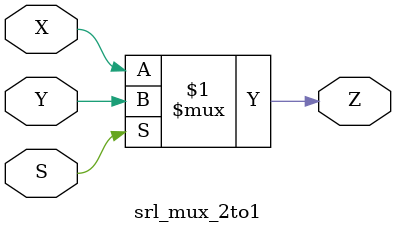
<source format=v>
`timescale 1ns / 1ps
`default_nettype none //helps catch typo-related bugs
module srl_mux_2to1(X,Y,S,Z);

	//parameter definitions

	//port definitions - customize for different bit widths

	//port definitions
	input wire X, Y;
	input wire S;
	output wire Z;
	
	//assign output using multiplexing operator
	assign Z = S ? Y : X;
endmodule
`default_nettype wire //some Xilinx IP requires that the default_nettype be set to wire

</source>
